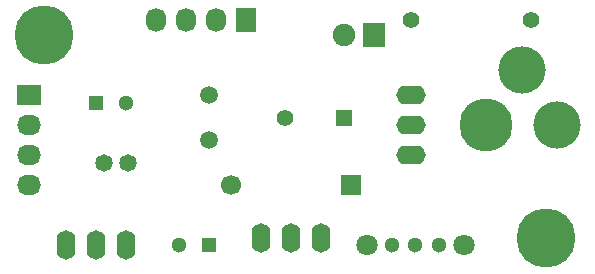
<source format=gbs>
G04 #@! TF.FileFunction,Soldermask,Bot*
%FSLAX46Y46*%
G04 Gerber Fmt 4.6, Leading zero omitted, Abs format (unit mm)*
G04 Created by KiCad (PCBNEW (2015-08-16 BZR 6097, Git b384c94)-product) date 11/6/2015 8:34:41 PM*
%MOMM*%
G01*
G04 APERTURE LIST*
%ADD10C,0.100000*%
%ADD11C,5.000000*%
%ADD12C,4.500000*%
%ADD13C,4.000000*%
%ADD14R,1.900000X2.000000*%
%ADD15C,1.900000*%
%ADD16C,1.300000*%
%ADD17C,1.800000*%
%ADD18R,1.400000X1.400000*%
%ADD19C,1.400000*%
%ADD20R,1.300000X1.300000*%
%ADD21C,1.699260*%
%ADD22R,1.699260X1.699260*%
%ADD23O,2.500000X1.600000*%
%ADD24O,1.600000X2.500000*%
%ADD25C,1.501140*%
%ADD26C,1.480820*%
%ADD27R,2.032000X1.727200*%
%ADD28O,2.032000X1.727200*%
%ADD29R,1.727200X2.032000*%
%ADD30O,1.727200X2.032000*%
G04 APERTURE END LIST*
D10*
D11*
X192405000Y-125095000D03*
X234950000Y-142240000D03*
D12*
X229870000Y-132715000D03*
D13*
X235870000Y-132715000D03*
X232870000Y-128015000D03*
D14*
X220345000Y-125095000D03*
D15*
X217805000Y-125095000D03*
D16*
X221865000Y-142875000D03*
X225865000Y-142875000D03*
D17*
X219765000Y-142875000D03*
X227965000Y-142875000D03*
D16*
X223865000Y-142875000D03*
D18*
X217805000Y-132080000D03*
D19*
X212805000Y-132080000D03*
D20*
X206375000Y-142875000D03*
D16*
X203875000Y-142875000D03*
D21*
X208279480Y-137797540D03*
D22*
X218439480Y-137797540D03*
D23*
X223520000Y-132715000D03*
X223520000Y-130175000D03*
X223520000Y-135255000D03*
D24*
X213360000Y-142240000D03*
X215900000Y-142240000D03*
X210820000Y-142240000D03*
D25*
X206375000Y-133985000D03*
X206375000Y-130175000D03*
D19*
X223520000Y-123825000D03*
X233680000Y-123825000D03*
D26*
X197500240Y-135890000D03*
X199501760Y-135890000D03*
D20*
X196850000Y-130810000D03*
D16*
X199350000Y-130810000D03*
D27*
X191135000Y-130175000D03*
D28*
X191135000Y-132715000D03*
X191135000Y-135255000D03*
X191135000Y-137795000D03*
D29*
X209550000Y-123825000D03*
D30*
X207010000Y-123825000D03*
X204470000Y-123825000D03*
X201930000Y-123825000D03*
D24*
X196850000Y-142875000D03*
X194310000Y-142875000D03*
X199390000Y-142875000D03*
M02*

</source>
